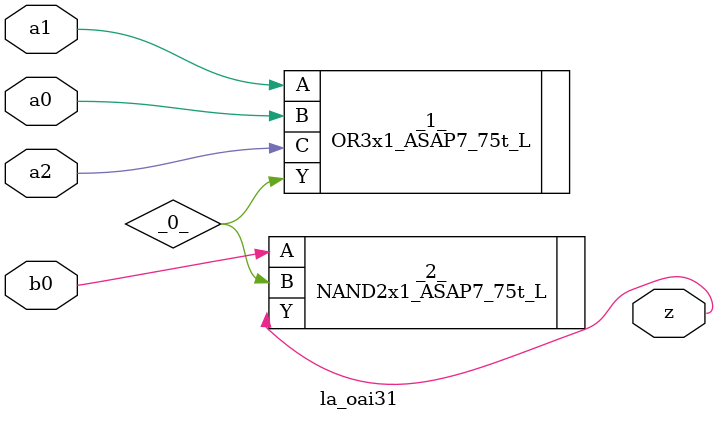
<source format=v>

/* Generated by Yosys 0.40 (git sha1 a1bb0255d, g++ 11.4.0-1ubuntu1~22.04 -fPIC -Os) */

module la_oai31(a0, a1, a2, b0, z);
  wire _0_;
  input a0;
  wire a0;
  input a1;
  wire a1;
  input a2;
  wire a2;
  input b0;
  wire b0;
  output z;
  wire z;
  OR3x1_ASAP7_75t_L _1_ (
    .A(a1),
    .B(a0),
    .C(a2),
    .Y(_0_)
  );
  NAND2x1_ASAP7_75t_L _2_ (
    .A(b0),
    .B(_0_),
    .Y(z)
  );
endmodule

</source>
